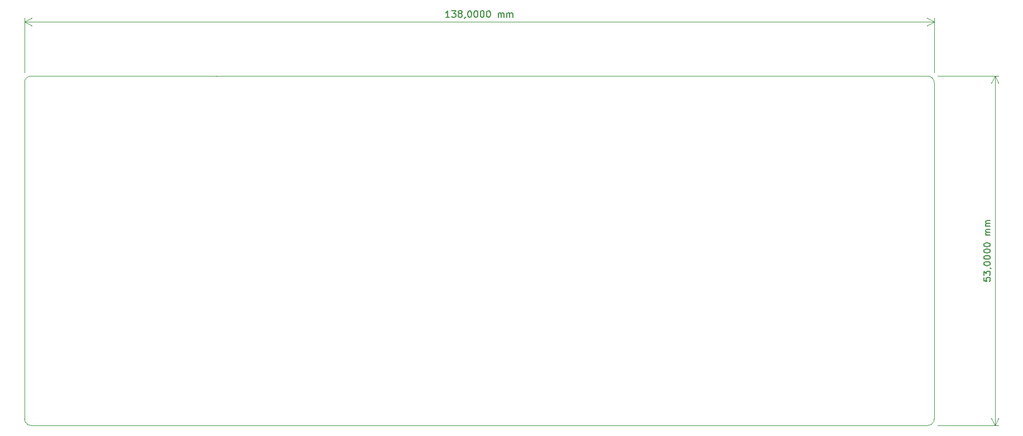
<source format=gbr>
%TF.GenerationSoftware,KiCad,Pcbnew,8.0.6*%
%TF.CreationDate,2024-10-16T19:54:22+02:00*%
%TF.ProjectId,nixie_alarm_main_board,6e697869-655f-4616-9c61-726d5f6d6169,rev?*%
%TF.SameCoordinates,Original*%
%TF.FileFunction,Profile,NP*%
%FSLAX46Y46*%
G04 Gerber Fmt 4.6, Leading zero omitted, Abs format (unit mm)*
G04 Created by KiCad (PCBNEW 8.0.6) date 2024-10-16 19:54:22*
%MOMM*%
%LPD*%
G01*
G04 APERTURE LIST*
%TA.AperFunction,Profile*%
%ADD10C,0.050000*%
%TD*%
%ADD11C,0.150000*%
G04 APERTURE END LIST*
D10*
X87900000Y-126500000D02*
G75*
G02*
X86900000Y-125500000I0J1000000D01*
G01*
X86900000Y-74500000D02*
G75*
G02*
X87900000Y-73500000I1000000J0D01*
G01*
X223900000Y-126500000D02*
X87900000Y-126500000D01*
X224900000Y-125500000D02*
G75*
G02*
X223900000Y-126500000I-1000000J0D01*
G01*
X87900000Y-73500000D02*
X223900000Y-73500000D01*
X116069891Y-73612100D02*
X116069891Y-73612094D01*
X223900000Y-73500000D02*
G75*
G02*
X224900000Y-74500000I0J-1000000D01*
G01*
X86900000Y-125500000D02*
X86900000Y-74500000D01*
X224900000Y-74500000D02*
X224900000Y-125500000D01*
D11*
X232404819Y-104095237D02*
X232404819Y-104571427D01*
X232404819Y-104571427D02*
X232881009Y-104619046D01*
X232881009Y-104619046D02*
X232833390Y-104571427D01*
X232833390Y-104571427D02*
X232785771Y-104476189D01*
X232785771Y-104476189D02*
X232785771Y-104238094D01*
X232785771Y-104238094D02*
X232833390Y-104142856D01*
X232833390Y-104142856D02*
X232881009Y-104095237D01*
X232881009Y-104095237D02*
X232976247Y-104047618D01*
X232976247Y-104047618D02*
X233214342Y-104047618D01*
X233214342Y-104047618D02*
X233309580Y-104095237D01*
X233309580Y-104095237D02*
X233357200Y-104142856D01*
X233357200Y-104142856D02*
X233404819Y-104238094D01*
X233404819Y-104238094D02*
X233404819Y-104476189D01*
X233404819Y-104476189D02*
X233357200Y-104571427D01*
X233357200Y-104571427D02*
X233309580Y-104619046D01*
X232404819Y-103714284D02*
X232404819Y-103095237D01*
X232404819Y-103095237D02*
X232785771Y-103428570D01*
X232785771Y-103428570D02*
X232785771Y-103285713D01*
X232785771Y-103285713D02*
X232833390Y-103190475D01*
X232833390Y-103190475D02*
X232881009Y-103142856D01*
X232881009Y-103142856D02*
X232976247Y-103095237D01*
X232976247Y-103095237D02*
X233214342Y-103095237D01*
X233214342Y-103095237D02*
X233309580Y-103142856D01*
X233309580Y-103142856D02*
X233357200Y-103190475D01*
X233357200Y-103190475D02*
X233404819Y-103285713D01*
X233404819Y-103285713D02*
X233404819Y-103571427D01*
X233404819Y-103571427D02*
X233357200Y-103666665D01*
X233357200Y-103666665D02*
X233309580Y-103714284D01*
X233357200Y-102619046D02*
X233404819Y-102619046D01*
X233404819Y-102619046D02*
X233500057Y-102666665D01*
X233500057Y-102666665D02*
X233547676Y-102714284D01*
X232404819Y-101999999D02*
X232404819Y-101904761D01*
X232404819Y-101904761D02*
X232452438Y-101809523D01*
X232452438Y-101809523D02*
X232500057Y-101761904D01*
X232500057Y-101761904D02*
X232595295Y-101714285D01*
X232595295Y-101714285D02*
X232785771Y-101666666D01*
X232785771Y-101666666D02*
X233023866Y-101666666D01*
X233023866Y-101666666D02*
X233214342Y-101714285D01*
X233214342Y-101714285D02*
X233309580Y-101761904D01*
X233309580Y-101761904D02*
X233357200Y-101809523D01*
X233357200Y-101809523D02*
X233404819Y-101904761D01*
X233404819Y-101904761D02*
X233404819Y-101999999D01*
X233404819Y-101999999D02*
X233357200Y-102095237D01*
X233357200Y-102095237D02*
X233309580Y-102142856D01*
X233309580Y-102142856D02*
X233214342Y-102190475D01*
X233214342Y-102190475D02*
X233023866Y-102238094D01*
X233023866Y-102238094D02*
X232785771Y-102238094D01*
X232785771Y-102238094D02*
X232595295Y-102190475D01*
X232595295Y-102190475D02*
X232500057Y-102142856D01*
X232500057Y-102142856D02*
X232452438Y-102095237D01*
X232452438Y-102095237D02*
X232404819Y-101999999D01*
X232404819Y-101047618D02*
X232404819Y-100952380D01*
X232404819Y-100952380D02*
X232452438Y-100857142D01*
X232452438Y-100857142D02*
X232500057Y-100809523D01*
X232500057Y-100809523D02*
X232595295Y-100761904D01*
X232595295Y-100761904D02*
X232785771Y-100714285D01*
X232785771Y-100714285D02*
X233023866Y-100714285D01*
X233023866Y-100714285D02*
X233214342Y-100761904D01*
X233214342Y-100761904D02*
X233309580Y-100809523D01*
X233309580Y-100809523D02*
X233357200Y-100857142D01*
X233357200Y-100857142D02*
X233404819Y-100952380D01*
X233404819Y-100952380D02*
X233404819Y-101047618D01*
X233404819Y-101047618D02*
X233357200Y-101142856D01*
X233357200Y-101142856D02*
X233309580Y-101190475D01*
X233309580Y-101190475D02*
X233214342Y-101238094D01*
X233214342Y-101238094D02*
X233023866Y-101285713D01*
X233023866Y-101285713D02*
X232785771Y-101285713D01*
X232785771Y-101285713D02*
X232595295Y-101238094D01*
X232595295Y-101238094D02*
X232500057Y-101190475D01*
X232500057Y-101190475D02*
X232452438Y-101142856D01*
X232452438Y-101142856D02*
X232404819Y-101047618D01*
X232404819Y-100095237D02*
X232404819Y-99999999D01*
X232404819Y-99999999D02*
X232452438Y-99904761D01*
X232452438Y-99904761D02*
X232500057Y-99857142D01*
X232500057Y-99857142D02*
X232595295Y-99809523D01*
X232595295Y-99809523D02*
X232785771Y-99761904D01*
X232785771Y-99761904D02*
X233023866Y-99761904D01*
X233023866Y-99761904D02*
X233214342Y-99809523D01*
X233214342Y-99809523D02*
X233309580Y-99857142D01*
X233309580Y-99857142D02*
X233357200Y-99904761D01*
X233357200Y-99904761D02*
X233404819Y-99999999D01*
X233404819Y-99999999D02*
X233404819Y-100095237D01*
X233404819Y-100095237D02*
X233357200Y-100190475D01*
X233357200Y-100190475D02*
X233309580Y-100238094D01*
X233309580Y-100238094D02*
X233214342Y-100285713D01*
X233214342Y-100285713D02*
X233023866Y-100333332D01*
X233023866Y-100333332D02*
X232785771Y-100333332D01*
X232785771Y-100333332D02*
X232595295Y-100285713D01*
X232595295Y-100285713D02*
X232500057Y-100238094D01*
X232500057Y-100238094D02*
X232452438Y-100190475D01*
X232452438Y-100190475D02*
X232404819Y-100095237D01*
X232404819Y-99142856D02*
X232404819Y-99047618D01*
X232404819Y-99047618D02*
X232452438Y-98952380D01*
X232452438Y-98952380D02*
X232500057Y-98904761D01*
X232500057Y-98904761D02*
X232595295Y-98857142D01*
X232595295Y-98857142D02*
X232785771Y-98809523D01*
X232785771Y-98809523D02*
X233023866Y-98809523D01*
X233023866Y-98809523D02*
X233214342Y-98857142D01*
X233214342Y-98857142D02*
X233309580Y-98904761D01*
X233309580Y-98904761D02*
X233357200Y-98952380D01*
X233357200Y-98952380D02*
X233404819Y-99047618D01*
X233404819Y-99047618D02*
X233404819Y-99142856D01*
X233404819Y-99142856D02*
X233357200Y-99238094D01*
X233357200Y-99238094D02*
X233309580Y-99285713D01*
X233309580Y-99285713D02*
X233214342Y-99333332D01*
X233214342Y-99333332D02*
X233023866Y-99380951D01*
X233023866Y-99380951D02*
X232785771Y-99380951D01*
X232785771Y-99380951D02*
X232595295Y-99333332D01*
X232595295Y-99333332D02*
X232500057Y-99285713D01*
X232500057Y-99285713D02*
X232452438Y-99238094D01*
X232452438Y-99238094D02*
X232404819Y-99142856D01*
X233404819Y-97619046D02*
X232738152Y-97619046D01*
X232833390Y-97619046D02*
X232785771Y-97571427D01*
X232785771Y-97571427D02*
X232738152Y-97476189D01*
X232738152Y-97476189D02*
X232738152Y-97333332D01*
X232738152Y-97333332D02*
X232785771Y-97238094D01*
X232785771Y-97238094D02*
X232881009Y-97190475D01*
X232881009Y-97190475D02*
X233404819Y-97190475D01*
X232881009Y-97190475D02*
X232785771Y-97142856D01*
X232785771Y-97142856D02*
X232738152Y-97047618D01*
X232738152Y-97047618D02*
X232738152Y-96904761D01*
X232738152Y-96904761D02*
X232785771Y-96809522D01*
X232785771Y-96809522D02*
X232881009Y-96761903D01*
X232881009Y-96761903D02*
X233404819Y-96761903D01*
X233404819Y-96285713D02*
X232738152Y-96285713D01*
X232833390Y-96285713D02*
X232785771Y-96238094D01*
X232785771Y-96238094D02*
X232738152Y-96142856D01*
X232738152Y-96142856D02*
X232738152Y-95999999D01*
X232738152Y-95999999D02*
X232785771Y-95904761D01*
X232785771Y-95904761D02*
X232881009Y-95857142D01*
X232881009Y-95857142D02*
X233404819Y-95857142D01*
X232881009Y-95857142D02*
X232785771Y-95809523D01*
X232785771Y-95809523D02*
X232738152Y-95714285D01*
X232738152Y-95714285D02*
X232738152Y-95571428D01*
X232738152Y-95571428D02*
X232785771Y-95476189D01*
X232785771Y-95476189D02*
X232881009Y-95428570D01*
X232881009Y-95428570D02*
X233404819Y-95428570D01*
D10*
X225400000Y-73500000D02*
X234686420Y-73500000D01*
X225400000Y-126500000D02*
X234686420Y-126500000D01*
X234100000Y-73500000D02*
X234100000Y-126500000D01*
X234100000Y-73500000D02*
X234100000Y-126500000D01*
X234100000Y-73500000D02*
X234686421Y-74626504D01*
X234100000Y-73500000D02*
X233513579Y-74626504D01*
X234100000Y-126500000D02*
X233513579Y-125373496D01*
X234100000Y-126500000D02*
X234686421Y-125373496D01*
D11*
X151376190Y-64604819D02*
X150804762Y-64604819D01*
X151090476Y-64604819D02*
X151090476Y-63604819D01*
X151090476Y-63604819D02*
X150995238Y-63747676D01*
X150995238Y-63747676D02*
X150900000Y-63842914D01*
X150900000Y-63842914D02*
X150804762Y-63890533D01*
X151709524Y-63604819D02*
X152328571Y-63604819D01*
X152328571Y-63604819D02*
X151995238Y-63985771D01*
X151995238Y-63985771D02*
X152138095Y-63985771D01*
X152138095Y-63985771D02*
X152233333Y-64033390D01*
X152233333Y-64033390D02*
X152280952Y-64081009D01*
X152280952Y-64081009D02*
X152328571Y-64176247D01*
X152328571Y-64176247D02*
X152328571Y-64414342D01*
X152328571Y-64414342D02*
X152280952Y-64509580D01*
X152280952Y-64509580D02*
X152233333Y-64557200D01*
X152233333Y-64557200D02*
X152138095Y-64604819D01*
X152138095Y-64604819D02*
X151852381Y-64604819D01*
X151852381Y-64604819D02*
X151757143Y-64557200D01*
X151757143Y-64557200D02*
X151709524Y-64509580D01*
X152900000Y-64033390D02*
X152804762Y-63985771D01*
X152804762Y-63985771D02*
X152757143Y-63938152D01*
X152757143Y-63938152D02*
X152709524Y-63842914D01*
X152709524Y-63842914D02*
X152709524Y-63795295D01*
X152709524Y-63795295D02*
X152757143Y-63700057D01*
X152757143Y-63700057D02*
X152804762Y-63652438D01*
X152804762Y-63652438D02*
X152900000Y-63604819D01*
X152900000Y-63604819D02*
X153090476Y-63604819D01*
X153090476Y-63604819D02*
X153185714Y-63652438D01*
X153185714Y-63652438D02*
X153233333Y-63700057D01*
X153233333Y-63700057D02*
X153280952Y-63795295D01*
X153280952Y-63795295D02*
X153280952Y-63842914D01*
X153280952Y-63842914D02*
X153233333Y-63938152D01*
X153233333Y-63938152D02*
X153185714Y-63985771D01*
X153185714Y-63985771D02*
X153090476Y-64033390D01*
X153090476Y-64033390D02*
X152900000Y-64033390D01*
X152900000Y-64033390D02*
X152804762Y-64081009D01*
X152804762Y-64081009D02*
X152757143Y-64128628D01*
X152757143Y-64128628D02*
X152709524Y-64223866D01*
X152709524Y-64223866D02*
X152709524Y-64414342D01*
X152709524Y-64414342D02*
X152757143Y-64509580D01*
X152757143Y-64509580D02*
X152804762Y-64557200D01*
X152804762Y-64557200D02*
X152900000Y-64604819D01*
X152900000Y-64604819D02*
X153090476Y-64604819D01*
X153090476Y-64604819D02*
X153185714Y-64557200D01*
X153185714Y-64557200D02*
X153233333Y-64509580D01*
X153233333Y-64509580D02*
X153280952Y-64414342D01*
X153280952Y-64414342D02*
X153280952Y-64223866D01*
X153280952Y-64223866D02*
X153233333Y-64128628D01*
X153233333Y-64128628D02*
X153185714Y-64081009D01*
X153185714Y-64081009D02*
X153090476Y-64033390D01*
X153757143Y-64557200D02*
X153757143Y-64604819D01*
X153757143Y-64604819D02*
X153709524Y-64700057D01*
X153709524Y-64700057D02*
X153661905Y-64747676D01*
X154376190Y-63604819D02*
X154471428Y-63604819D01*
X154471428Y-63604819D02*
X154566666Y-63652438D01*
X154566666Y-63652438D02*
X154614285Y-63700057D01*
X154614285Y-63700057D02*
X154661904Y-63795295D01*
X154661904Y-63795295D02*
X154709523Y-63985771D01*
X154709523Y-63985771D02*
X154709523Y-64223866D01*
X154709523Y-64223866D02*
X154661904Y-64414342D01*
X154661904Y-64414342D02*
X154614285Y-64509580D01*
X154614285Y-64509580D02*
X154566666Y-64557200D01*
X154566666Y-64557200D02*
X154471428Y-64604819D01*
X154471428Y-64604819D02*
X154376190Y-64604819D01*
X154376190Y-64604819D02*
X154280952Y-64557200D01*
X154280952Y-64557200D02*
X154233333Y-64509580D01*
X154233333Y-64509580D02*
X154185714Y-64414342D01*
X154185714Y-64414342D02*
X154138095Y-64223866D01*
X154138095Y-64223866D02*
X154138095Y-63985771D01*
X154138095Y-63985771D02*
X154185714Y-63795295D01*
X154185714Y-63795295D02*
X154233333Y-63700057D01*
X154233333Y-63700057D02*
X154280952Y-63652438D01*
X154280952Y-63652438D02*
X154376190Y-63604819D01*
X155328571Y-63604819D02*
X155423809Y-63604819D01*
X155423809Y-63604819D02*
X155519047Y-63652438D01*
X155519047Y-63652438D02*
X155566666Y-63700057D01*
X155566666Y-63700057D02*
X155614285Y-63795295D01*
X155614285Y-63795295D02*
X155661904Y-63985771D01*
X155661904Y-63985771D02*
X155661904Y-64223866D01*
X155661904Y-64223866D02*
X155614285Y-64414342D01*
X155614285Y-64414342D02*
X155566666Y-64509580D01*
X155566666Y-64509580D02*
X155519047Y-64557200D01*
X155519047Y-64557200D02*
X155423809Y-64604819D01*
X155423809Y-64604819D02*
X155328571Y-64604819D01*
X155328571Y-64604819D02*
X155233333Y-64557200D01*
X155233333Y-64557200D02*
X155185714Y-64509580D01*
X155185714Y-64509580D02*
X155138095Y-64414342D01*
X155138095Y-64414342D02*
X155090476Y-64223866D01*
X155090476Y-64223866D02*
X155090476Y-63985771D01*
X155090476Y-63985771D02*
X155138095Y-63795295D01*
X155138095Y-63795295D02*
X155185714Y-63700057D01*
X155185714Y-63700057D02*
X155233333Y-63652438D01*
X155233333Y-63652438D02*
X155328571Y-63604819D01*
X156280952Y-63604819D02*
X156376190Y-63604819D01*
X156376190Y-63604819D02*
X156471428Y-63652438D01*
X156471428Y-63652438D02*
X156519047Y-63700057D01*
X156519047Y-63700057D02*
X156566666Y-63795295D01*
X156566666Y-63795295D02*
X156614285Y-63985771D01*
X156614285Y-63985771D02*
X156614285Y-64223866D01*
X156614285Y-64223866D02*
X156566666Y-64414342D01*
X156566666Y-64414342D02*
X156519047Y-64509580D01*
X156519047Y-64509580D02*
X156471428Y-64557200D01*
X156471428Y-64557200D02*
X156376190Y-64604819D01*
X156376190Y-64604819D02*
X156280952Y-64604819D01*
X156280952Y-64604819D02*
X156185714Y-64557200D01*
X156185714Y-64557200D02*
X156138095Y-64509580D01*
X156138095Y-64509580D02*
X156090476Y-64414342D01*
X156090476Y-64414342D02*
X156042857Y-64223866D01*
X156042857Y-64223866D02*
X156042857Y-63985771D01*
X156042857Y-63985771D02*
X156090476Y-63795295D01*
X156090476Y-63795295D02*
X156138095Y-63700057D01*
X156138095Y-63700057D02*
X156185714Y-63652438D01*
X156185714Y-63652438D02*
X156280952Y-63604819D01*
X157233333Y-63604819D02*
X157328571Y-63604819D01*
X157328571Y-63604819D02*
X157423809Y-63652438D01*
X157423809Y-63652438D02*
X157471428Y-63700057D01*
X157471428Y-63700057D02*
X157519047Y-63795295D01*
X157519047Y-63795295D02*
X157566666Y-63985771D01*
X157566666Y-63985771D02*
X157566666Y-64223866D01*
X157566666Y-64223866D02*
X157519047Y-64414342D01*
X157519047Y-64414342D02*
X157471428Y-64509580D01*
X157471428Y-64509580D02*
X157423809Y-64557200D01*
X157423809Y-64557200D02*
X157328571Y-64604819D01*
X157328571Y-64604819D02*
X157233333Y-64604819D01*
X157233333Y-64604819D02*
X157138095Y-64557200D01*
X157138095Y-64557200D02*
X157090476Y-64509580D01*
X157090476Y-64509580D02*
X157042857Y-64414342D01*
X157042857Y-64414342D02*
X156995238Y-64223866D01*
X156995238Y-64223866D02*
X156995238Y-63985771D01*
X156995238Y-63985771D02*
X157042857Y-63795295D01*
X157042857Y-63795295D02*
X157090476Y-63700057D01*
X157090476Y-63700057D02*
X157138095Y-63652438D01*
X157138095Y-63652438D02*
X157233333Y-63604819D01*
X158757143Y-64604819D02*
X158757143Y-63938152D01*
X158757143Y-64033390D02*
X158804762Y-63985771D01*
X158804762Y-63985771D02*
X158900000Y-63938152D01*
X158900000Y-63938152D02*
X159042857Y-63938152D01*
X159042857Y-63938152D02*
X159138095Y-63985771D01*
X159138095Y-63985771D02*
X159185714Y-64081009D01*
X159185714Y-64081009D02*
X159185714Y-64604819D01*
X159185714Y-64081009D02*
X159233333Y-63985771D01*
X159233333Y-63985771D02*
X159328571Y-63938152D01*
X159328571Y-63938152D02*
X159471428Y-63938152D01*
X159471428Y-63938152D02*
X159566667Y-63985771D01*
X159566667Y-63985771D02*
X159614286Y-64081009D01*
X159614286Y-64081009D02*
X159614286Y-64604819D01*
X160090476Y-64604819D02*
X160090476Y-63938152D01*
X160090476Y-64033390D02*
X160138095Y-63985771D01*
X160138095Y-63985771D02*
X160233333Y-63938152D01*
X160233333Y-63938152D02*
X160376190Y-63938152D01*
X160376190Y-63938152D02*
X160471428Y-63985771D01*
X160471428Y-63985771D02*
X160519047Y-64081009D01*
X160519047Y-64081009D02*
X160519047Y-64604819D01*
X160519047Y-64081009D02*
X160566666Y-63985771D01*
X160566666Y-63985771D02*
X160661904Y-63938152D01*
X160661904Y-63938152D02*
X160804761Y-63938152D01*
X160804761Y-63938152D02*
X160900000Y-63985771D01*
X160900000Y-63985771D02*
X160947619Y-64081009D01*
X160947619Y-64081009D02*
X160947619Y-64604819D01*
D10*
X86900000Y-73000000D02*
X86900000Y-64713580D01*
X224900000Y-73000000D02*
X224900000Y-64713580D01*
X86900000Y-65300000D02*
X224900000Y-65300000D01*
X86900000Y-65300000D02*
X224900000Y-65300000D01*
X86900000Y-65300000D02*
X88026504Y-64713579D01*
X86900000Y-65300000D02*
X88026504Y-65886421D01*
X224900000Y-65300000D02*
X223773496Y-65886421D01*
X224900000Y-65300000D02*
X223773496Y-64713579D01*
M02*

</source>
